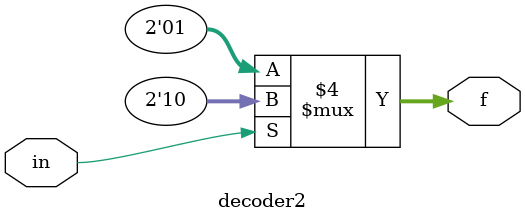
<source format=sv>
/*
author: Hanchen Huang
*/

module decoder2
(
	input in,
	output logic [1:0] f
);

always_comb
begin
	if(in == 0)
		f = 2'b01;
	else 
		f = 2'b10;
end
endmodule : decoder2
</source>
